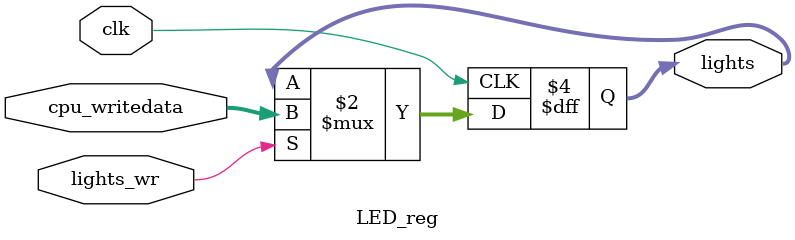
<source format=sv>
`timescale 1ns / 1ps

`default_nettype none
module LED_reg(
    input wire clk,
    input wire lights_wr,
    input wire [15:0] cpu_writedata,
    output logic [15:0] lights = 0
    );
    
    always_ff @(posedge clk) begin
        lights <= lights_wr ? cpu_writedata : lights;
    end
    
endmodule

</source>
